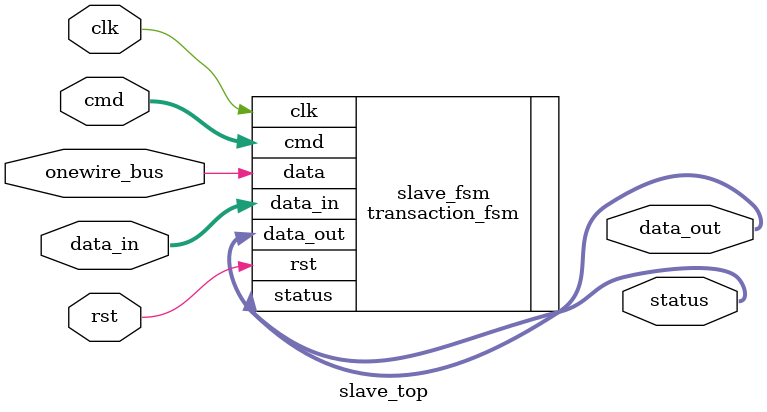
<source format=v>
module slave_top(
    input  wire clk,
    input  wire rst,
    input  wire [2:0] cmd,
    input  wire [7:0] data_in,
    output wire [63:0] data_out,
    output wire [7:0]  status,
    inout  wire        onewire_bus
);

    transaction_fsm #(.ROLE("SLAVE")) slave_fsm (
        .clk(clk),
        .rst(rst),
        .cmd(cmd),
        .data_in(data_in),
        .data_out(data_out),
        .status(status),
        .data(onewire_bus)
    );

endmodule

</source>
